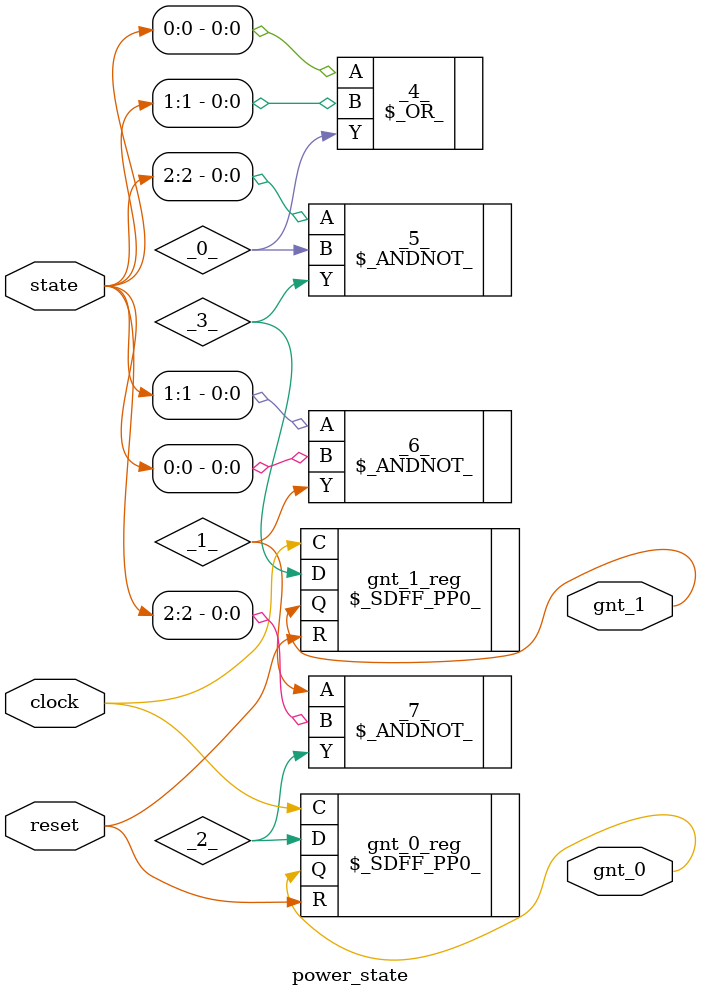
<source format=v>
/* Generated by Yosys 0.56+171 (git sha1 6fdcdd41d, g++ 11.4.0-1ubuntu1~22.04.2 -Og -fPIC) */

(* top =  1  *)
(* src = "dut.sv:1.1-42.10" *)
module power_state(clock, reset, state, gnt_0, gnt_1);
  (* src = "dut.sv:2.9-2.14" *)
  input clock;
  wire clock;
  (* src = "dut.sv:3.9-3.14" *)
  input reset;
  wire reset;
  (* src = "dut.sv:4.15-4.20" *)
  input [2:0] state;
  wire [2:0] state;
  (* src = "dut.sv:5.14-5.19" *)
  output gnt_0;
  wire gnt_0;
  (* src = "dut.sv:6.14-6.19" *)
  output gnt_1;
  wire gnt_1;
  wire _0_;
  wire _1_;
  wire _2_;
  wire _3_;
  \$_OR_  _4_ (
    .A(state[0]),
    .B(state[1]),
    .Y(_0_)
  );
  \$_ANDNOT_  _5_ (
    .A(state[2]),
    .B(_0_),
    .Y(_3_)
  );
  \$_ANDNOT_  _6_ (
    .A(state[1]),
    .B(state[0]),
    .Y(_1_)
  );
  \$_ANDNOT_  _7_ (
    .A(_1_),
    .B(state[2]),
    .Y(_2_)
  );
  (* src = "dut.sv:14.3-40.6" *)
  \$_SDFF_PP0_  gnt_0_reg /* _8_ */ (
    .C(clock),
    .D(_2_),
    .Q(gnt_0),
    .R(reset)
  );
  (* src = "dut.sv:14.3-40.6" *)
  \$_SDFF_PP0_  gnt_1_reg /* _9_ */ (
    .C(clock),
    .D(_3_),
    .Q(gnt_1),
    .R(reset)
  );
endmodule

</source>
